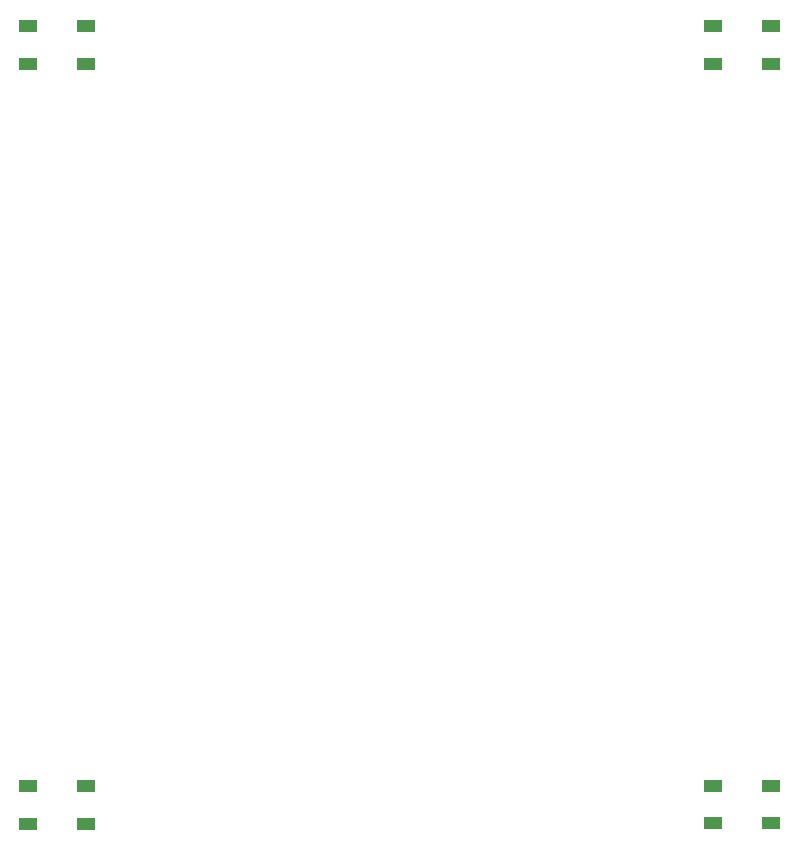
<source format=gbr>
%TF.GenerationSoftware,KiCad,Pcbnew,5.1.9+dfsg1-1*%
%TF.CreationDate,2021-09-07T23:13:06+02:00*%
%TF.ProjectId,streamdeck,73747265-616d-4646-9563-6b2e6b696361,rev?*%
%TF.SameCoordinates,Original*%
%TF.FileFunction,Paste,Bot*%
%TF.FilePolarity,Positive*%
%FSLAX46Y46*%
G04 Gerber Fmt 4.6, Leading zero omitted, Abs format (unit mm)*
G04 Created by KiCad (PCBNEW 5.1.9+dfsg1-1) date 2021-09-07 23:13:06*
%MOMM*%
%LPD*%
G01*
G04 APERTURE LIST*
%ADD10R,1.500000X1.000000*%
G04 APERTURE END LIST*
D10*
%TO.C,LEDBASE4*%
X-37450000Y-118930000D03*
X-37450000Y-115730000D03*
X-32550000Y-118930000D03*
X-32550000Y-115730000D03*
%TD*%
%TO.C,LEDBASE3*%
X20550000Y-118890000D03*
X20550000Y-115690000D03*
X25450000Y-118890000D03*
X25450000Y-115690000D03*
%TD*%
%TO.C,LEDBASE2*%
X20550000Y-54600000D03*
X20550000Y-51400000D03*
X25450000Y-54600000D03*
X25450000Y-51400000D03*
%TD*%
%TO.C,LEDBASE1*%
X-37450000Y-54600000D03*
X-37450000Y-51400000D03*
X-32550000Y-54600000D03*
X-32550000Y-51400000D03*
%TD*%
M02*

</source>
